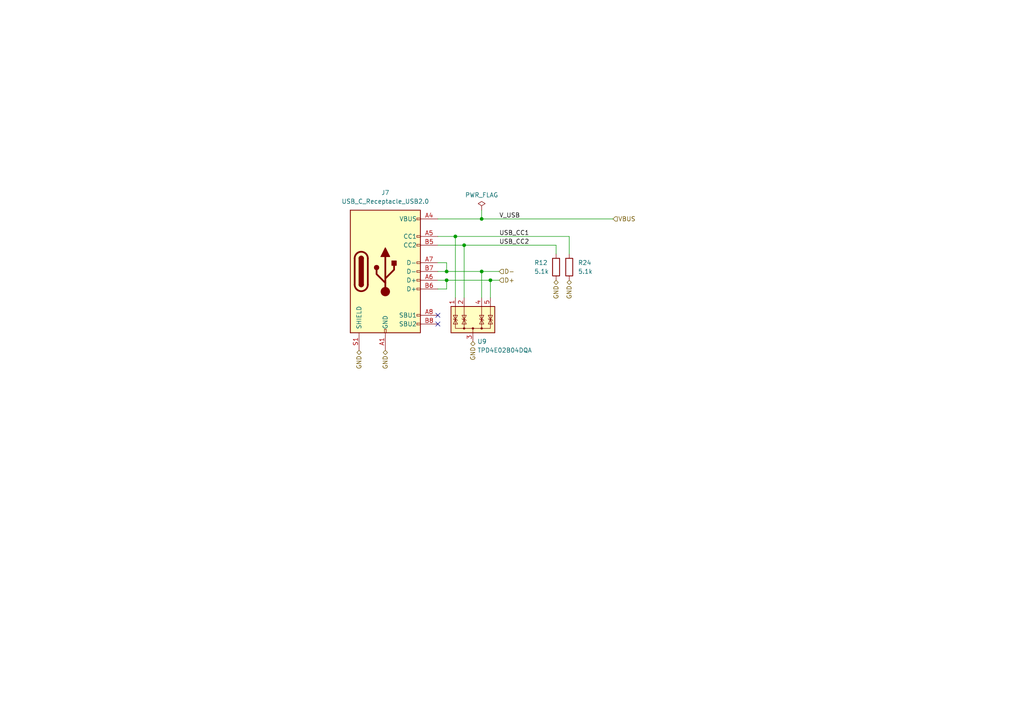
<source format=kicad_sch>
(kicad_sch (version 20230121) (generator eeschema)
  (paper "A4")
  (lib_symbols
    (symbol "Connector:USB_C_Receptacle_USB2.0" (pin_names (offset 1.016))
      (property "Reference" "J" (at -10.16 19.05 0))
      (property "Value" "USB_C_Receptacle_USB2.0" (at 19.05 19.05 0))
      (symbol "USB_C_Receptacle_USB2.0_0_0"
        (rectangle (start -0.254 -17.78) (end 0.254 -16.764))
        (rectangle (start 10.16 -14.986) (end 9.144 -15.494))
        (rectangle (start 10.16 -12.446) (end 9.144 -12.954))
        (rectangle (start 10.16 -4.826) (end 9.144 -5.334))
        (rectangle (start 10.16 -2.286) (end 9.144 -2.794))
        (rectangle (start 10.16 0.254) (end 9.144 -0.254))
        (rectangle (start 10.16 2.794) (end 9.144 2.286))
        (rectangle (start 10.16 7.874) (end 9.144 7.366))
        (rectangle (start 10.16 10.414) (end 9.144 9.906))
        (rectangle (start 10.16 15.494) (end 9.144 14.986))
      )
      (symbol "USB_C_Receptacle_USB2.0_0_1"
        (rectangle (start -10.16 17.78) (end 10.16 -17.78) (stroke (width 0.254)) (fill (type background)))
        (arc (start -8.89 -3.81) (mid -6.985 -5.7067) (end -5.08 -3.81) (stroke (width 0.508)))
        (arc (start -7.62 -3.81) (mid -6.985 -4.4423) (end -6.35 -3.81) (stroke (width 0.254)))
        (arc (start -7.62 -3.81) (mid -6.985 -4.4423) (end -6.35 -3.81) (stroke (width 0.254)) (fill (type outline)))
        (rectangle (start -7.62 -3.81) (end -6.35 3.81) (stroke (width 0.254)) (fill (type outline)))
        (arc (start -6.35 3.81) (mid -6.985 4.4423) (end -7.62 3.81) (stroke (width 0.254)))
        (arc (start -6.35 3.81) (mid -6.985 4.4423) (end -7.62 3.81) (stroke (width 0.254)) (fill (type outline)))
        (arc (start -5.08 3.81) (mid -6.985 5.7067) (end -8.89 3.81) (stroke (width 0.508)))
        (circle (center -2.54 1.143) (radius 0.635) (stroke (width 0.254)) (fill (type outline)))
        (circle (center 0 -5.842) (radius 1.27) (fill (type outline)))
        (polyline (pts (xy -8.89 -3.81) (xy -8.89 3.81)) (stroke (width 0.508)))
        (polyline (pts (xy -5.08 3.81) (xy -5.08 -3.81)) (stroke (width 0.508)))
        (polyline (pts (xy 0 -5.842) (xy 0 4.318)) (stroke (width 0.508)))
        (polyline (pts (xy 0 -3.302) (xy -2.54 -0.762) (xy -2.54 0.508)) (stroke (width 0.508)))
        (polyline (pts (xy 0 -2.032) (xy 2.54 0.508) (xy 2.54 1.778)) (stroke (width 0.508)))
        (polyline (pts (xy -1.27 4.318) (xy 0 6.858) (xy 1.27 4.318) (xy -1.27 4.318)) (stroke (width 0.254)) (fill (type outline)))
        (rectangle (start 1.905 1.778) (end 3.175 3.048) (stroke (width 0.254)) (fill (type outline)))
      )
      (symbol "USB_C_Receptacle_USB2.0_1_1"
        (pin passive line (at 0 -22.86 90) (length 5.08) (name "GND") (number "A1"))
        (pin passive line (at 0 -22.86 90) (length 5.08) hide (name "GND") (number "A12"))
        (pin passive line (at 15.24 15.24 180) (length 5.08) (name "VBUS") (number "A4"))
        (pin bidirectional line (at 15.24 10.16 180) (length 5.08) (name "CC1") (number "A5"))
        (pin bidirectional line (at 15.24 -2.54 180) (length 5.08) (name "D+") (number "A6"))
        (pin bidirectional line (at 15.24 2.54 180) (length 5.08) (name "D-") (number "A7"))
        (pin bidirectional line (at 15.24 -12.7 180) (length 5.08) (name "SBU1") (number "A8"))
        (pin passive line (at 15.24 15.24 180) (length 5.08) hide (name "VBUS") (number "A9"))
        (pin passive line (at 0 -22.86 90) (length 5.08) hide (name "GND") (number "B1"))
        (pin passive line (at 0 -22.86 90) (length 5.08) hide (name "GND") (number "B12"))
        (pin passive line (at 15.24 15.24 180) (length 5.08) hide (name "VBUS") (number "B4"))
        (pin bidirectional line (at 15.24 7.62 180) (length 5.08) (name "CC2") (number "B5"))
        (pin bidirectional line (at 15.24 -5.08 180) (length 5.08) (name "D+") (number "B6"))
        (pin bidirectional line (at 15.24 0 180) (length 5.08) (name "D-") (number "B7"))
        (pin bidirectional line (at 15.24 -15.24 180) (length 5.08) (name "SBU2") (number "B8"))
        (pin passive line (at 15.24 15.24 180) (length 5.08) hide (name "VBUS") (number "B9"))
        (pin passive line (at -7.62 -22.86 90) (length 5.08) (name "SHIELD") (number "S1"))
      )
    )
    (symbol "Device:R" (pin_numbers hide) (pin_names (offset 0))
      (property "Reference" "R" (at 2.032 0 90))
      (property "Value" "R" (at 0 0 90))
      (symbol "R_0_1"
        (rectangle (start -1.016 -2.54) (end 1.016 2.54) (stroke (width 0.254)))
      )
      (symbol "R_1_1"
        (pin passive line (at 0 3.81 270) (length 1.27) (name "~") (number "1"))
        (pin passive line (at 0 -3.81 90) (length 1.27) (name "~") (number "2"))
      )
    )
    (symbol "RKL-Uncategorized:TPD4E02B04DQA" (pin_names hide)
      (property "Reference" "U" (at 10.16 -1.27 0))
      (symbol "TPD4E02B04DQA_0_0"
        (pin passive line (at 0 -10.16 90) (length 2.54) (name "G") (number "3"))
      )
      (symbol "TPD4E02B04DQA_0_1"
        (rectangle (start -6.35 0) (end 6.35 -7.62) (stroke (width 0.254)) (fill (type background)))
        (circle (center 0 -6.35) (radius 0.254) (fill (type outline)))
        (polyline (pts (xy -2.54 0) (xy -2.54 -6.35)))
        (polyline (pts (xy 0 -6.35) (xy 0 -7.62)))
        (polyline (pts (xy 2.54 0) (xy 2.54 -6.35)))
        (polyline (pts (xy -5.08 0) (xy -5.08 -6.35) (xy 5.08 -6.35) (xy 5.08 0)))
        (polyline (pts (xy -4.445 -5.08) (xy -5.715 -5.08) (xy -5.08 -3.81) (xy -4.445 -5.08)))
        (polyline (pts (xy -3.175 -3.556) (xy -2.921 -3.81) (xy -2.159 -3.81) (xy -1.905 -4.064)))
        (polyline (pts (xy -2.54 -3.81) (xy -1.905 -5.08) (xy -3.175 -5.08) (xy -2.54 -3.81)))
        (polyline (pts (xy 2.54 -3.81) (xy 1.905 -5.08) (xy 3.175 -5.08) (xy 2.54 -3.81)))
        (polyline (pts (xy 5.08 -3.81) (xy 4.445 -5.08) (xy 5.715 -5.08) (xy 5.08 -3.81)))
        (circle (center 2.54 -6.35) (radius 0.254) (fill (type outline)))
      )
      (symbol "TPD4E02B04DQA_1_1"
        (circle (center -2.54 -6.35) (radius 0.254) (fill (type outline)))
        (polyline (pts (xy -5.715 -3.556) (xy -5.461 -3.81) (xy -4.699 -3.81) (xy -4.445 -4.064)))
        (polyline (pts (xy -5.08 -3.81) (xy -5.715 -2.54) (xy -4.445 -2.54) (xy -5.08 -3.81)))
        (polyline (pts (xy -2.54 -3.81) (xy -3.175 -2.54) (xy -1.905 -2.54) (xy -2.54 -3.81)))
        (polyline (pts (xy 1.905 -3.556) (xy 2.159 -3.81) (xy 2.921 -3.81) (xy 3.175 -4.064)))
        (polyline (pts (xy 2.54 -3.81) (xy 1.905 -2.54) (xy 3.175 -2.54) (xy 2.54 -3.81)))
        (polyline (pts (xy 4.445 -3.556) (xy 4.699 -3.81) (xy 5.461 -3.81) (xy 5.715 -4.064)))
        (polyline (pts (xy 5.08 -3.81) (xy 4.445 -2.54) (xy 5.715 -2.54) (xy 5.08 -3.81)))
        (pin passive line (at -5.08 2.54 270) (length 2.54) (name "IO1") (number "1"))
        (pin no_connect line (at -5.08 -7.62 90) (length 2.54) hide (name "NC") (number "10"))
        (pin passive line (at -2.54 2.54 270) (length 2.54) (name "IO2") (number "2"))
        (pin passive line (at 2.54 2.54 270) (length 2.54) (name "IO3") (number "4"))
        (pin passive line (at 5.08 2.54 270) (length 2.54) (name "IO4") (number "5"))
        (pin no_connect line (at 5.08 -7.62 90) (length 2.54) hide (name "NC") (number "6"))
        (pin no_connect line (at 2.54 -7.62 90) (length 2.54) hide (name "NC") (number "7"))
        (pin passive line (at 0 -10.16 90) (length 2.54) hide (name "G") (number "8"))
        (pin no_connect line (at -2.54 -7.62 90) (length 2.54) hide (name "NC") (number "9"))
      )
    )
    (symbol "power:PWR_FLAG" (power) (pin_numbers hide) (pin_names (offset 0) hide)
      (property "Value" "PWR_FLAG" (at 0 3.81 0))
      (symbol "PWR_FLAG_0_0"
        (pin power_out line (at 0 0 90) (length 0) (name "pwr") (number "1"))
      )
      (symbol "PWR_FLAG_0_1"
        (polyline (pts (xy 0 0) (xy 0 1.27) (xy -1.016 1.905) (xy 0 2.54) (xy 1.016 1.905) (xy 0 1.27)))
      )
    )
  )
  (junction (at 139.7 78.74))
  (junction (at 129.54 78.74))
  (junction (at 129.54 81.28))
  (junction (at 134.62 71.12))
  (junction (at 139.7 63.5))
  (junction (at 142.24 81.28))
  (junction (at 132.08 68.58))
  (no_connect (at 127 91.44))
  (no_connect (at 127 93.98))
  (wire (pts (xy 139.7 78.74) (xy 139.7 86.36)))
  (wire (pts (xy 139.7 63.5) (xy 177.8 63.5)))
  (wire (pts (xy 127 76.2) (xy 129.54 76.2)))
  (wire (pts (xy 161.29 71.12) (xy 161.29 73.66)))
  (wire (pts (xy 129.54 83.82) (xy 129.54 81.28)))
  (wire (pts (xy 142.24 81.28) (xy 142.24 86.36)))
  (wire (pts (xy 165.1 68.58) (xy 165.1 73.66)))
  (wire (pts (xy 127 83.82) (xy 129.54 83.82)))
  (wire (pts (xy 127 78.74) (xy 129.54 78.74)))
  (wire (pts (xy 139.7 60.96) (xy 139.7 63.5)))
  (wire (pts (xy 142.24 81.28) (xy 144.78 81.28)))
  (wire (pts (xy 129.54 78.74) (xy 129.54 76.2)))
  (wire (pts (xy 134.62 71.12) (xy 134.62 86.36)))
  (wire (pts (xy 129.54 81.28) (xy 142.24 81.28)))
  (wire (pts (xy 127 71.12) (xy 134.62 71.12)))
  (wire (pts (xy 127 81.28) (xy 129.54 81.28)))
  (wire (pts (xy 132.08 68.58) (xy 132.08 86.36)))
  (wire (pts (xy 132.08 68.58) (xy 165.1 68.58)))
  (wire (pts (xy 127 68.58) (xy 132.08 68.58)))
  (wire (pts (xy 127 63.5) (xy 139.7 63.5)))
  (wire (pts (xy 139.7 78.74) (xy 144.78 78.74)))
  (wire (pts (xy 134.62 71.12) (xy 161.29 71.12)))
  (wire (pts (xy 129.54 78.74) (xy 139.7 78.74)))
  (label "USB_CC1" (at 144.78 68.58 0))
  (label "USB_CC2" (at 144.78 71.12 0))
  (label "V_USB" (at 144.78 63.5 0))
  (hierarchical_label "GND" (shape bidirectional) (at 104.14 101.6 270))
  (hierarchical_label "GND" (shape bidirectional) (at 165.1 81.28 270))
  (hierarchical_label "D+" (shape input) (at 144.78 81.28 0))
  (hierarchical_label "GND" (shape bidirectional) (at 111.76 101.6 270))
  (hierarchical_label "D-" (shape input) (at 144.78 78.74 0))
  (hierarchical_label "GND" (shape bidirectional) (at 161.29 81.28 270))
  (hierarchical_label "VBUS" (shape input) (at 177.8 63.5 0))
  (hierarchical_label "GND" (shape bidirectional) (at 137.16 99.06 270))
  (symbol (lib_id "power:PWR_FLAG") (at 139.7 60.96 0) (unit 1)
    (property "Reference" "#FLG03" (effects hide))
    (property "Value" "PWR_FLAG" (at 139.7 56.5658 0))
    (instances (project "Watch" (path "" (reference "#FLG03") (unit 1))) (project "ZakladniElektronika" (path "" (reference "#FLG01") (unit 1))) (project "RB3203" (path "" (reference "#FLG?") (unit 1))))
  )
  (symbol (lib_id "Connector:USB_C_Receptacle_USB2.0") (at 111.76 78.74 0) (unit 1)
    (property "Reference" "J7" (at 111.76 55.88 0))
    (property "Value" "USB_C_Receptacle_USB2.0" (at 111.76 58.42 0))
    (property "Footprint" "RKL-Connectors:USB-C_vertical" (effects hide))
    (property "Datasheet" "https://www.usb.org/sites/default/files/documents/usb_type-c.zip" (effects hide))
  )
  (symbol (lib_id "Device:R") (at 165.1 77.47 0) (unit 1)
    (property "Reference" "R24" (at 167.64 76.1999 0) (effects (justify left)))
    (property "Value" "5.1k" (at 167.64 78.7399 0) (effects (justify left)))
    (property "Footprint" "Resistor_SMD:R_0402_1005Metric" (effects hide))
    (property "LCSC" "C25905" (effects hide))
    (property "Basic/Extended" "B" (effects hide))
    (instances (project "Watch" (path "" (reference "R24") (unit 1))) (project "ZakladniElektronika" (path "" (reference "R4") (unit 1))) (project "RB3203" (path "" (reference "R?") (unit 1))))
  )
  (symbol (lib_id "Device:R") (at 161.29 77.47 0) (unit 1)
    (property "Reference" "R12" (at 154.94 76.2 0) (effects (justify left)))
    (property "Value" "5.1k" (at 154.94 78.74 0) (effects (justify left)))
    (property "Footprint" "Resistor_SMD:R_0402_1005Metric" (effects hide))
    (property "LCSC" "C25905" (effects hide))
    (property "Basic/Extended" "B" (effects hide))
    (instances (project "Watch" (path "" (reference "R12") (unit 1))) (project "ZakladniElektronika" (path "" (reference "R3") (unit 1))) (project "RB3203" (path "" (reference "R?") (unit 1))))
  )
  (symbol (lib_id "RKL-Uncategorized:TPD4E02B04DQA") (at 137.16 88.9 0) (unit 1)
    (property "Reference" "U9" (at 138.43 99.06 0) (effects (justify left)))
    (property "Value" "TPD4E02B04DQA" (at 138.43 101.6 0) (effects (justify left)))
    (property "Footprint" "Package_SON:USON-10_2.5x1.0mm_P0.5mm" (effects hide))
    (property "Datasheet" "http://www.ti.com/lit/ds/symlink/tpd4e02b04.pdf" (effects hide))
    (property "LCSC" "C106794" (effects hide))
    (property "Basic/Extended" "E" (effects hide))
    (property "JLCPCB_CORRECTION" "0;0;-90" (effects hide))
    (instances (project "Watch" (path "" (reference "U9") (unit 1))) (project "ZakladniElektronika" (path "" (reference "U13") (unit 1))))
  )
)
</source>
